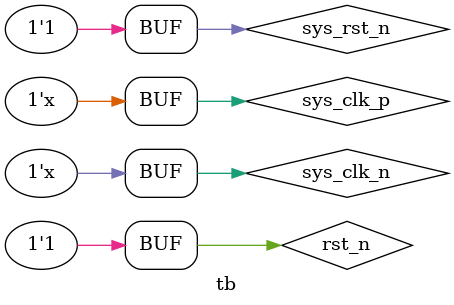
<source format=sv>
`timescale 1ns / 1ps
module tb();

reg     sys_clk_p;
reg     sys_clk_n;
reg     sys_rst_n;

wire    clk_200m;      
wire    clk_100m;
wire    clk_100m_180deg;     
wire    clk_25m;   
     

always #5 sys_clk_p = ~sys_clk_p;
always #5 sys_clk_n = ~sys_clk_n;

initial begin
    sys_clk_p = 1'b0;
    sys_clk_n = 1'b1;
    sys_rst_n = 1'b0;
    #100
    sys_rst_n = 1'b1;
end

ip_clk_wiz u_ip_clk_wiz(
    .sys_clk_p        (sys_clk_p        ),
    .sys_clk_n        (sys_clk_n        ),
    .sys_rst_n        (sys_rst_n        ),

    .clk_200m         (clk_200m         ),
    .clk_100m         (clk_100m         ),
    .clk_100m_180deg  (clk_100m_180deg  ),
    .clk_25m          (clk_25m          )  
    );
wire clk;
wire rst_n;
assign rst_n = sys_rst_n;
assign clk  = clk_200m;
reg in0;
wire ooo;
wire oob;
always @(posedge clk) begin
    if(~rst_n) begin
        in0<=1'b0;
    end
    else begin
        in0<=~in0;
    end
end
OBUFDS OBUFDS_inst_0 (
   .O(ooo),   // 1-bit output: Diff_p output (connect directly to top-level port)
   .OB(oob), // 1-bit output: Diff_n output (connect directly to top-level port)
   .I(in0)    // 1-bit input: Buffer input
);



OSERDESE3 #(
   .DATA_WIDTH(4),                 // Parallel Data Width (4-8)，只能是4或者8,定义数据转换器的宽度
   .INIT(1'b0),                    // Initialization value of the OSERDES flip-flops，触发器初始化的值
   .IS_CLKDIV_INVERTED(1'b0),      // Optional inversion for CLKDIV，输入时钟是否反转
   .IS_CLK_INVERTED(1'b0),         // Optional inversion for CLK
   .IS_RST_INVERTED(1'b0),         // Optional inversion for RST
   .SIM_DEVICE("ULTRASCALE_PLUS")  // Set the device version for simulation functionality (ULTRASCALE,
                                   // ULTRASCALE_PLUS, ULTRASCALE_PLUS_ES1, ULTRASCALE_PLUS_ES2)//器件类型
)
OSERDESE3_inst (
   .OQ(OQ),         // 1-bit output: Serial Output Data，串行数据输出
   .T_OUT(T_OUT),   // 1-bit output: 3-state control output to IOB，三态控制输出到IOB
   .CLK(CLK),       // 1-bit input: High-speed clock，高速时钟
   .CLKDIV(CLKDIV), // 1-bit input: Divided Clock，分频时钟
   .D(D),           // 8-bit input: Parallel Data Input,并行数据输入
   .RST(RST),       // 1-bit input: Asynchronous Reset，异步复位
   .T(T)            // 1-bit input: Tristate input from fabric，输入，内部逻辑的三态输入。是否数据处于三态。
);




endmodule


</source>
